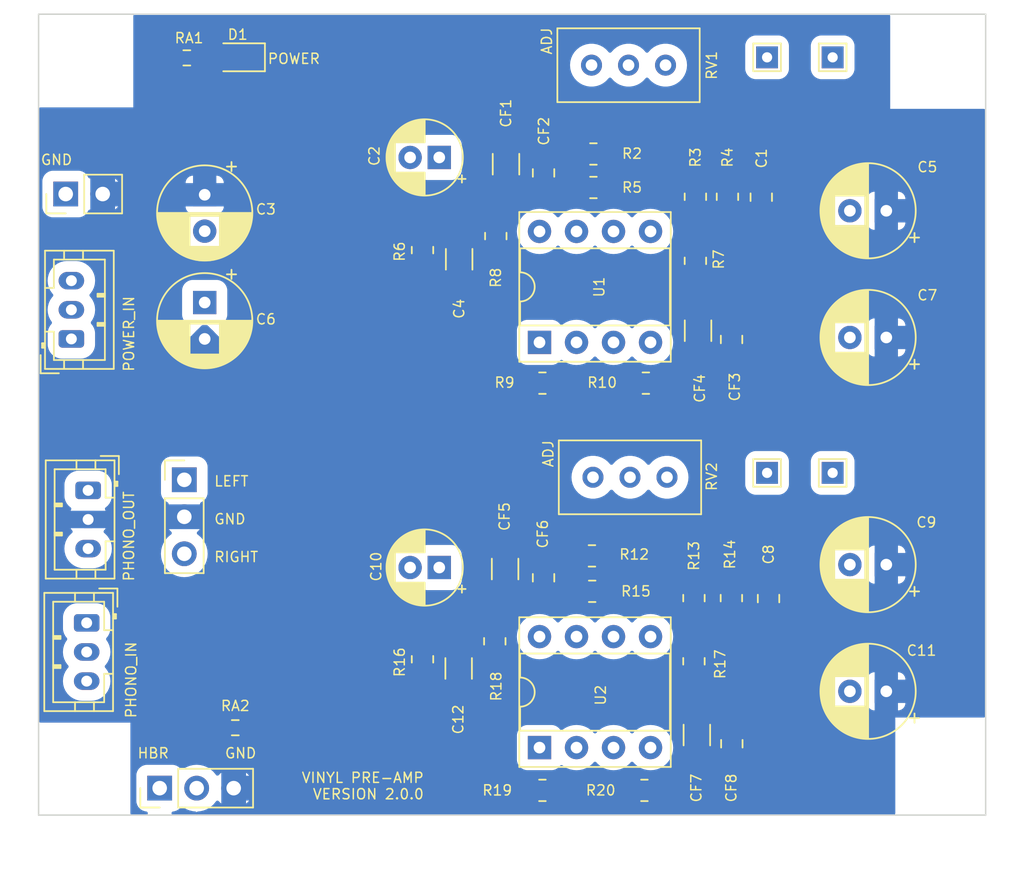
<source format=kicad_pcb>
(kicad_pcb (version 20221018) (generator pcbnew)
  (layers (0 "F.Cu" signal) (31 "B.Cu" signal) (34 "B.Paste" user) (35 "F.Paste" user) (36 "B.SilkS" user "B.Silkscreen") (37 "F.SilkS" user "F.Silkscreen") (38 "B.Mask" user) (39 "F.Mask" user) (44 "Edge.Cuts" user))
  (net 0 "")
  (net 1 "V-")
  (net 2 "V+")
  (net 3 "LEFTIN")
  (net 4 "RIGHTIN")
  (net 5 "LEFTOUT")
  (net 6 "RIGHTOUT")
  (net 7 "AGND")
  (net 9 "Net-(R5-Pad1)")
  (net 10 "Net-(C2-Pad1)")
  (net 11 "Net-(U1-InA-)")
  (net 12 "Net-(C9-Pad2)")
  (net 14 "Net-(C11-Pad2)")
  (net 15 "Net-(U2-InA-)")
  (net 16 "Net-(D1-A)")
  (net 17 "Net-(U1-InB-)")
  (net 18 "Net-(U1-InB+)")
  (net 19 "Net-(U1-OutB)")
  (net 20 "Net-(U1-InA+)")
  (net 21 "Net-(R15-Pad1)")
  (net 22 "Net-(U2-InB-)")
  (net 23 "Net-(U2-InB+)")
  (net 24 "Net-(U2-OutB)")
  (net 25 "Net-(U2-InA+)")
  (net 26 "PGND")
  (net 27 "GNDIN")
  (net 28 "Net-(C1-Pad2)")
  (net 29 "Net-(C5-Pad2)")
  (net 30 "Net-(C7-Pad2)")
  (net 31 "Net-(C8-Pad2)")
  (net 32 "Net-(C10-Pad1)")
  (net 33 "Net-(J8-Pin_1)")
  (footprint "Connector_PinHeader_2.54mm:PinHeader_1x02_P2.54mm_Vertical" (layer "F.Cu") (at 133.26 92.95 90)
    (fp_text reference "J3" hide)
    (fp_text value "Conn_01x02_Pin")
    (pad "1" thru_hole rect (at 0 0 90) (size 1.7 1.7) (drill 1) (layers "*.Cu" "*.Mask") (net 26 "PGND"))
    (pad "2" thru_hole oval (at 0 2.54 90) (size 1.7 1.7) (drill 1) (layers "*.Cu" "*.Mask") (net 7 "AGND"))
  )
  (footprint "Resistor_SMD:R_0805_2012Metric_Pad1.20x1.40mm_HandSolder" (layer "F.Cu") (at 173.08 105.9375 180)
    (fp_text reference "R10" (at 3 0.0375 unlocked) (layer "F.SilkS") (effects (font (size 0.7 0.7) (thickness 0.1))))
    (fp_text value "2K2")
    (pad "1" smd roundrect (at -1 0 180) (size 1.2 1.4) (layers "F.Cu" "F.Paste" "F.Mask") (roundrect_rratio 0.2083333333) (net 4 "RIGHTIN"))
    (pad "2" smd roundrect (at 1 0 180) (size 1.2 1.4) (layers "F.Cu" "F.Paste" "F.Mask") (roundrect_rratio 0.2083333333) (net 20 "Net-(U1-InA+)"))
  )
  (footprint "MountingHole:MountingHole_3.2mm_M3" (layer "F.Cu") (at 193.9 133.1)
    (fp_text reference "H3" hide)
    (fp_text value "MountingHole")
    (pad "" np_thru_hole circle (at 0 0) (size 3.2 3.2) (drill 3.2) (layers "*.Cu" "*.Mask"))
  )
  (footprint "Resistor_SMD:R_0805_2012Metric_Pad1.20x1.40mm_HandSolder" (layer "F.Cu") (at 176.48 97.5375 90)
    (fp_text reference "R7" (at 0.1 1.6 90 unlocked) (layer "F.SilkS") (effects (font (size 0.7 0.7) (thickness 0.1))))
    (fp_text value "4.7K")
    (pad "1" smd roundrect (at -1 0 90) (size 1.2 1.4) (layers "F.Cu" "F.Paste" "F.Mask") (roundrect_rratio 0.2083333333) (net 29 "Net-(C5-Pad2)"))
    (pad "2" smd roundrect (at 1 0 90) (size 1.2 1.4) (layers "F.Cu" "F.Paste" "F.Mask") (roundrect_rratio 0.2083333333) (net 11 "Net-(U1-InA-)"))
  )
  (footprint "Package_DIP:DIP-8_W7.62mm_Socket" (layer "F.Cu") (at 165.78 130.965124 90)
    (fp_text reference "U2" (at 3.6 4.2 90 unlocked) (layer "F.SilkS") (effects (font (size 0.7 0.7) (thickness 0.1))))
    (fp_text value "OPA2134")
    (pad "1" thru_hole rect (at 0 0 90) (size 1.6 1.6) (drill 0.8) (layers "*.Cu" "*.Mask") (net 23 "Net-(U2-InB+)"))
    (pad "2" thru_hole oval (at 0 2.54 90) (size 1.6 1.6) (drill 0.8) (layers "*.Cu" "*.Mask") (net 15 "Net-(U2-InA-)"))
    (pad "3" thru_hole oval (at 0 5.08 90) (size 1.6 1.6) (drill 0.8) (layers "*.Cu" "*.Mask") (net 25 "Net-(U2-InA+)"))
    (pad "4" thru_hole oval (at 0 7.62 90) (size 1.6 1.6) (drill 0.8) (layers "*.Cu" "*.Mask") (net 1 "V-"))
    (pad "5" thru_hole oval (at 7.62 7.62 90) (size 1.6 1.6) (drill 0.8) (layers "*.Cu" "*.Mask") (net 23 "Net-(U2-InB+)"))
    (pad "6" thru_hole oval (at 7.62 5.08 90) (size 1.6 1.6) (drill 0.8) (layers "*.Cu" "*.Mask") (net 22 "Net-(U2-InB-)"))
    (pad "7" thru_hole oval (at 7.62 2.54 90) (size 1.6 1.6) (drill 0.8) (layers "*.Cu" "*.Mask") (net 24 "Net-(U2-OutB)"))
    (pad "8" thru_hole oval (at 7.62 0 90) (size 1.6 1.6) (drill 0.8) (layers "*.Cu" "*.Mask") (net 2 "V+"))
  )
  (footprint "Resistor_SMD:R_0805_2012Metric_Pad1.20x1.40mm_HandSolder" (layer "F.Cu") (at 162.78 95.8375 -90)
    (fp_text reference "R8" (at 2.8625 0 90 unlocked) (layer "F.SilkS") (effects (font (size 0.7 0.7) (thickness 0.1))))
    (fp_text value "750R")
    (pad "1" smd roundrect (at -1 0 270) (size 1.2 1.4) (layers "F.Cu" "F.Paste" "F.Mask") (roundrect_rratio 0.2083333333) (net 10 "Net-(C2-Pad1)"))
    (pad "2" smd roundrect (at 1 0 270) (size 1.2 1.4) (layers "F.Cu" "F.Paste" "F.Mask") (roundrect_rratio 0.2083333333) (net 19 "Net-(U1-OutB)"))
  )
  (footprint "Capacitor_SMD:C_0805_2012Metric_Pad1.18x1.45mm_HandSolder" (layer "F.Cu") (at 166.057616 119.302624 -90)
    (fp_text reference "CF6" (at -3.002624 0.057616 90 unlocked) (layer "F.SilkS") (effects (font (size 0.7 0.7) (thickness 0.1))))
    (fp_text value "0.1u")
    (pad "1" smd roundrect (at -1.0375 0 270) (size 1.175 1.45) (layers "F.Cu" "F.Paste" "F.Mask") (roundrect_rratio 0.2127659574) (net 7 "AGND"))
    (pad "2" smd roundrect (at 1.0375 0 270) (size 1.175 1.45) (layers "F.Cu" "F.Paste" "F.Mask") (roundrect_rratio 0.2127659574) (net 2 "V+"))
  )
  (footprint "Resistor_SMD:R_0805_2012Metric_Pad1.20x1.40mm_HandSolder" (layer "F.Cu") (at 162.711414 123.665124 -90)
    (fp_text reference "R18" (at 3.1 -0.1 90 unlocked) (layer "F.SilkS") (effects (font (size 0.7 0.7) (thickness 0.1))))
    (fp_text value "750R")
    (pad "1" smd roundrect (at -1 0 270) (size 1.2 1.4) (layers "F.Cu" "F.Paste" "F.Mask") (roundrect_rratio 0.2083333333) (net 32 "Net-(C10-Pad1)"))
    (pad "2" smd roundrect (at 1 0 270) (size 1.2 1.4) (layers "F.Cu" "F.Paste" "F.Mask") (roundrect_rratio 0.2083333333) (net 24 "Net-(U2-OutB)"))
  )
  (footprint "Capacitor_THT:CP_Radial_D5.0mm_P2.00mm" (layer "F.Cu") (at 158.9 118.6 180)
    (fp_text reference "C10" (at 4.331908 0.063102 90 unlocked) (layer "F.SilkS") (effects (font (size 0.7 0.7) (thickness 0.1))))
    (fp_text value "1U C0G")
    (pad "1" thru_hole rect (at 0 0 180) (size 1.6 1.6) (drill 0.8) (layers "*.Cu" "*.Mask") (net 32 "Net-(C10-Pad1)"))
    (pad "2" thru_hole circle (at 2 0 180) (size 1.6 1.6) (drill 0.8) (layers "*.Cu" "*.Mask") (net 5 "LEFTOUT"))
  )
  (footprint "Resistor_SMD:R_0805_2012Metric_Pad1.20x1.40mm_HandSolder" (layer "F.Cu") (at 165.98 133.902624 180)
    (fp_text reference "R19" (at 3.1 0.002624 unlocked) (layer "F.SilkS") (effects (font (size 0.7 0.7) (thickness 0.1))))
    (fp_text value "47K")
    (pad "1" smd roundrect (at -1 0 180) (size 1.2 1.4) (layers "F.Cu" "F.Paste" "F.Mask") (roundrect_rratio 0.2083333333) (net 7 "AGND"))
    (pad "2" smd roundrect (at 1 0 180) (size 1.2 1.4) (layers "F.Cu" "F.Paste" "F.Mask") (roundrect_rratio 0.2083333333) (net 3 "LEFTIN"))
  )
  (footprint "Resistor_SMD:R_0805_2012Metric_Pad1.20x1.40mm_HandSolder" (layer "F.Cu") (at 165.98 105.9375 180)
    (fp_text reference "R9" (at 2.6 0.0375 unlocked) (layer "F.SilkS") (effects (font (size 0.7 0.7) (thickness 0.1))))
    (fp_text value "47K")
    (pad "1" smd roundrect (at -1 0 180) (size 1.2 1.4) (layers "F.Cu" "F.Paste" "F.Mask") (roundrect_rratio 0.2083333333) (net 7 "AGND"))
    (pad "2" smd roundrect (at 1 0 180) (size 1.2 1.4) (layers "F.Cu" "F.Paste" "F.Mask") (roundrect_rratio 0.2083333333) (net 4 "RIGHTIN"))
  )
  (footprint "Resistor_SMD:R_0805_2012Metric_Pad1.20x1.40mm_HandSolder" (layer "F.Cu") (at 169.396424 120.232624)
    (fp_text reference "R15" (at 3 0 unlocked) (layer "F.SilkS") (effects (font (size 0.7 0.7) (thickness 0.1))))
    (fp_text value "100K")
    (pad "1" smd roundrect (at -1 0) (size 1.2 1.4) (layers "F.Cu" "F.Paste" "F.Mask") (roundrect_rratio 0.2083333333) (net 21 "Net-(R15-Pad1)"))
    (pad "2" smd roundrect (at 1 0) (size 1.2 1.4) (layers "F.Cu" "F.Paste" "F.Mask") (roundrect_rratio 0.2083333333) (net 22 "Net-(U2-InB-)"))
  )
  (footprint "Resistor_SMD:R_0603_1608Metric" (layer "F.Cu") (at 141.575 83.6 180)
    (fp_text reference "RA1" (at -0.1525 1.36 unlocked) (layer "F.SilkS") (effects (font (size 0.7 0.7) (thickness 0.1))))
    (fp_text value "5.1K")
    (pad "1" smd roundrect (at -0.825 0 180) (size 0.8 0.95) (layers "F.Cu" "F.Paste" "F.Mask") (net 16 "Net-(D1-A)"))
    (pad "2" smd roundrect (at 0.825 0 180) (size 0.8 0.95) (layers "F.Cu" "F.Paste" "F.Mask") (net 2 "V+"))
  )
  (footprint "Capacitor_THT:CP_Radial_D6.3mm_P2.50mm" (layer "F.Cu") (at 142.8 93 -90)
    (fp_text reference "C3" (at 1 -4.2 unlocked) (layer "F.SilkS") (effects (font (size 0.7 0.7) (thickness 0.1))))
    (fp_text value "100U 16V")
    (pad "1" thru_hole rect (at 0 0 270) (size 1.6 1.6) (drill 0.8) (layers "*.Cu" "*.Mask") (net 7 "AGND"))
    (pad "2" thru_hole circle (at 2.5 0 270) (size 1.6 1.6) (drill 0.8) (layers "*.Cu" "*.Mask") (net 1 "V-"))
  )
  (footprint "Capacitor_SMD:C_1206_3216Metric_Pad1.33x1.80mm_HandSolder" (layer "F.Cu") (at 160.265 97.43 90)
    (fp_text reference "C4" (at -3.4 0 90 unlocked) (layer "F.SilkS") (effects (font (size 0.7 0.7) (thickness 0.1))))
    (fp_text value "0.1U C0G")
    (pad "1" smd roundrect (at -1.5625 0 90) (size 1.325 1.8) (layers "F.Cu" "F.Paste" "F.Mask") (roundrect_rratio 0.1886792453) (net 7 "AGND"))
    (pad "2" smd roundrect (at 1.5625 0 90) (size 1.325 1.8) (layers "F.Cu" "F.Paste" "F.Mask") (roundrect_rratio 0.1886792453) (net 10 "Net-(C2-Pad1)"))
  )
  (footprint "Package_DIP:DIP-8_W7.62mm_Socket" (layer "F.Cu") (at 165.78 103.1375 90)
    (fp_text reference "U1" (at 3.8 4.1 90 unlocked) (layer "F.SilkS") (effects (font (size 0.7 0.7) (thickness 0.1))))
    (fp_text value "OPA2134")
    (pad "1" thru_hole rect (at 0 0 90) (size 1.6 1.6) (drill 0.8) (layers "*.Cu" "*.Mask") (net 18 "Net-(U1-InB+)"))
    (pad "2" thru_hole oval (at 0 2.54 90) (size 1.6 1.6) (drill 0.8) (layers "*.Cu" "*.Mask") (net 11 "Net-(U1-InA-)"))
    (pad "3" thru_hole oval (at 0 5.08 90) (size 1.6 1.6) (drill 0.8) (layers "*.Cu" "*.Mask") (net 20 "Net-(U1-InA+)"))
    (pad "4" thru_hole oval (at 0 7.62 90) (size 1.6 1.6) (drill 0.8) (layers "*.Cu" "*.Mask") (net 1 "V-"))
    (pad "5" thru_hole oval (at 7.62 7.62 90) (size 1.6 1.6) (drill 0.8) (layers "*.Cu" "*.Mask") (net 18 "Net-(U1-InB+)"))
    (pad "6" thru_hole oval (at 7.62 5.08 90) (size 1.6 1.6) (drill 0.8) (layers "*.Cu" "*.Mask") (net 17 "Net-(U1-InB-)"))
    (pad "7" thru_hole oval (at 7.62 2.54 90) (size 1.6 1.6) (drill 0.8) (layers "*.Cu" "*.Mask") (net 19 "Net-(U1-OutB)"))
    (pad "8" thru_hole oval (at 7.62 0 90) (size 1.6 1.6) (drill 0.8) (layers "*.Cu" "*.Mask") (net 2 "V+"))
  )
  (footprint "MountingHole:MountingHole_3.2mm_M3" (layer "F.Cu") (at 133.9 133.1)
    (fp_text reference "H4" hide)
    (fp_text value "MountingHole")
    (pad "" np_thru_hole circle (at 0 0) (size 3.2 3.2) (drill 3.2) (layers "*.Cu" "*.Mask"))
  )
  (footprint "Resistor_SMD:R_0805_2012Metric_Pad1.20x1.40mm_HandSolder" (layer "F.Cu") (at 157.75 124.9 90)
    (fp_text reference "R16" (at -0.2 -1.57 90 unlocked) (layer "F.SilkS") (effects (font (size 0.7 0.7) (thickness 0.1))))
    (fp_text value "100K")
    (pad "1" smd roundrect (at -1 0 90) (size 1.2 1.4) (layers "F.Cu" "F.Paste" "F.Mask") (roundrect_rratio 0.2083333333) (net 7 "AGND"))
    (pad "2" smd roundrect (at 1 0 90) (size 1.2 1.4) (layers "F.Cu" "F.Paste" "F.Mask") (roundrect_rratio 0.2083333333) (net 5 "LEFTOUT"))
  )
  (footprint "TestPoint:TestPoint_THTPad_1.5x1.5mm_Drill0.7mm" (layer "F.Cu") (at 181.4 112.1)
    (fp_text reference "TP3" hide)
    (fp_text value "TestPoint")
    (pad "1" thru_hole rect (at 0 0) (size 1.5 1.5) (drill 0.7) (layers "*.Cu" "*.Mask") (net 24 "Net-(U2-OutB)"))
  )
  (footprint "Connector_JST:JST_PH_B3B-PH-K_1x03_P2.00mm_Vertical" (layer "F.Cu") (at 134.7 122.4 -90)
    (fp_text reference "J7" hide)
    (fp_text value "Conn_01x03_Male")
    (pad "1" thru_hole roundrect (at 0 0 270) (size 1.2 1.75) (drill 0.75) (layers "*.Cu" "*.Mask") (roundrect_rratio 0.2083333333) (net 3 "LEFTIN"))
    (pad "2" thru_hole oval (at 2 0 270) (size 1.2 1.75) (drill 0.75) (layers "*.Cu" "*.Mask") (net 27 "GNDIN"))
    (pad "3" thru_hole oval (at 4 0 270) (size 1.2 1.75) (drill 0.75) (layers "*.Cu" "*.Mask") (net 4 "RIGHTIN"))
  )
  (footprint "TestPoint:TestPoint_THTPad_1.5x1.5mm_Drill0.7mm" (layer "F.Cu") (at 185.9 112.1)
    (fp_text reference "TP4" hide)
    (fp_text value "TestPoint")
    (pad "1" thru_hole rect (at 0 0) (size 1.5 1.5) (drill 0.7) (layers "*.Cu" "*.Mask") (net 22 "Net-(U2-InB-)"))
  )
  (footprint "Capacitor_SMD:C_1206_3216Metric_Pad1.33x1.80mm_HandSolder" (layer "F.Cu") (at 176.58 130.102624 -90)
    (fp_text reference "CF7" (at 3.6375 0.0375 90 unlocked) (layer "F.SilkS") (effects (font (size 0.7 0.7) (thickness 0.1))))
    (fp_text value "10u")
    (pad "1" smd roundrect (at -1.5625 0 270) (size 1.325 1.8) (layers "F.Cu" "F.Paste" "F.Mask") (roundrect_rratio 0.1886792453) (net 7 "AGND"))
    (pad "2" smd roundrect (at 1.5625 0 270) (size 1.325 1.8) (layers "F.Cu" "F.Paste" "F.Mask") (roundrect_rratio 0.1886792453) (net 1 "V-"))
  )
  (footprint "Resistor_SMD:R_0805_2012Metric_Pad1.20x1.40mm_HandSolder" (layer "F.Cu") (at 176.38 120.7 90)
    (fp_text reference "R13" (at 2.9 0 90 unlocked) (layer "F.SilkS") (effects (font (size 0.7 0.7) (thickness 0.1))))
    (fp_text value "10K")
    (pad "1" smd roundrect (at -1 0 90) (size 1.2 1.4) (layers "F.Cu" "F.Paste" "F.Mask") (roundrect_rratio 0.2083333333) (net 23 "Net-(U2-InB+)"))
    (pad "2" smd roundrect (at 1 0 90) (size 1.2 1.4) (layers "F.Cu" "F.Paste" "F.Mask") (roundrect_rratio 0.2083333333) (net 31 "Net-(C8-Pad2)"))
  )
  (footprint "MountingHole:MountingHole_3.2mm_M3" (layer "F.Cu") (at 193.9 83.1)
    (fp_text reference "H2" hide)
    (fp_text value "MountingHole")
    (pad "" np_thru_hole circle (at 0 0) (size 3.2 3.2) (drill 3.2) (layers "*.Cu" "*.Mask"))
  )
  (footprint "Capacitor_SMD:C_0805_2012Metric_Pad1.18x1.45mm_HandSolder" (layer "F.Cu") (at 178.96151 102.9375 -90)
    (fp_text reference "CF3" (at 3.2625 -0.21849 90 unlocked) (layer "F.SilkS") (effects (font (size 0.7 0.7) (thickness 0.1))))
    (fp_text value "0.1u")
    (pad "1" smd roundrect (at -1.0375 0 270) (size 1.175 1.45) (layers "F.Cu" "F.Paste" "F.Mask") (roundrect_rratio 0.2127659574) (net 7 "AGND"))
    (pad "2" smd roundrect (at 1.0375 0 270) (size 1.175 1.45) (layers "F.Cu" "F.Paste" "F.Mask") (roundrect_rratio 0.2127659574) (net 1 "V-"))
  )
  (footprint "Resistor_SMD:R_0805_2012Metric_Pad1.20x1.40mm_HandSolder" (layer "F.Cu") (at 172.98 133.902624)
    (fp_text reference "R20" (at -3 -0.002624 unlocked) (layer "F.SilkS") (effects (font (size 0.7 0.7) (thickness 0.1))))
    (fp_text value "2K2")
    (pad "1" smd roundrect (at -1 0) (size 1.2 1.4) (layers "F.Cu" "F.Paste" "F.Mask") (roundrect_rratio 0.2083333333) (net 3 "LEFTIN"))
    (pad "2" smd roundrect (at 1 0) (size 1.2 1.4) (layers "F.Cu" "F.Paste" "F.Mask") (roundrect_rratio 0.2083333333) (net 25 "Net-(U2-InA+)"))
  )
  (footprint "Resistor_SMD:R_0805_2012Metric_Pad1.20x1.40mm_HandSolder" (layer "F.Cu") (at 178.68 93.1375 -90)
    (fp_text reference "R4" (at -2.7 0 90 unlocked) (layer "F.SilkS") (effects (font (size 0.7 0.7) (thickness 0.1))))
    (fp_text value "2K7")
    (pad "1" smd roundrect (at -1 0 270) (size 1.2 1.4) (layers "F.Cu" "F.Paste" "F.Mask") (roundrect_rratio 0.2083333333) (net 30 "Net-(C7-Pad2)"))
    (pad "2" smd roundrect (at 1 0 270) (size 1.2 1.4) (layers "F.Cu" "F.Paste" "F.Mask") (roundrect_rratio 0.2083333333) (net 17 "Net-(U1-InB-)"))
  )
  (footprint "LED_SMD:LED_0805_2012Metric_Pad1.15x1.40mm_HandSolder" (layer "F.Cu") (at 145.075 83.56 180)
    (fp_text reference "D1" (at 0.01 1.56 unlocked) (layer "F.SilkS") (effects (font (size 0.7 0.7) (thickness 0.1))))
    (fp_text value "YELLOW")
    (pad "1" smd roundrect (at -1.025 0 180) (size 1.15 1.4) (layers "F.Cu" "F.Paste" "F.Mask") (roundrect_rratio 0.2173913043) (net 1 "V-"))
    (pad "2" smd roundrect (at 1.025 0 180) (size 1.15 1.4) (layers "F.Cu" "F.Paste" "F.Mask") (roundrect_rratio 0.2173913043) (net 16 "Net-(D1-A)"))
  )
  (footprint "Connector_JST:JST_PH_B3B-PH-K_1x03_P2.00mm_Vertical" (layer "F.Cu") (at 134.8 113.3 -90)
    (fp_text reference "J6" hide)
    (fp_text value "Conn_01x03_Male")
    (pad "1" thru_hole roundrect (at 0 0 270) (size 1.2 1.75) (drill 0.75) (layers "*.Cu" "*.Mask") (roundrect_rratio 0.2083333333) (net 5 "LEFTOUT"))
    (pad "2" thru_hole oval (at 2 0 270) (size 1.2 1.75) (drill 0.75) (layers "*.Cu" "*.Mask") (net 7 "AGND"))
    (pad "3" thru_hole oval (at 4 0 270) (size 1.2 1.75) (drill 0.75) (layers "*.Cu" "*.Mask") (net 6 "RIGHTOUT"))
  )
  (footprint "Capacitor_SMD:C_1206_3216Metric_Pad1.33x1.80mm_HandSolder" (layer "F.Cu") (at 163.418808 118.702624 -90)
    (fp_text reference "CF5" (at -3.602624 0.038808 90 unlocked) (layer "F.SilkS") (effects (font (size 0.7 0.7) (thickness 0.1))))
    (fp_text value "10u")
    (pad "1" smd roundrect (at -1.5625 0 270) (size 1.325 1.8) (layers "F.Cu" "F.Paste" "F.Mask") (roundrect_rratio 0.1886792453) (net 7 "AGND"))
    (pad "2" smd roundrect (at 1.5625 0 270) (size 1.325 1.8) (layers "F.Cu" "F.Paste" "F.Mask") (roundrect_rratio 0.1886792453) (net 2 "V+"))
  )
  (footprint "Capacitor_SMD:C_0805_2012Metric_Pad1.18x1.45mm_HandSolder" (layer "F.Cu") (at 166.057616 91.5 -90)
    (fp_text reference "CF2" (at -2.8625 -0.022384 90 unlocked) (layer "F.SilkS") (effects (font (size 0.7 0.7) (thickness 0.1))))
    (fp_text value "0.1u")
    (pad "1" smd roundrect (at -1.0375 0 270) (size 1.175 1.45) (layers "F.Cu" "F.Paste" "F.Mask") (roundrect_rratio 0.2127659574) (net 7 "AGND"))
    (pad "2" smd roundrect (at 1.0375 0 270) (size 1.175 1.45) (layers "F.Cu" "F.Paste" "F.Mask") (roundrect_rratio 0.2127659574) (net 2 "V+"))
  )
  (footprint "Capacitor_THT:CP_Radial_D5.0mm_P2.00mm" (layer "F.Cu") (at 158.9 90.4375 180)
    (fp_text reference "C2" (at 4.455113 0.1 90 unlocked) (layer "F.SilkS") (effects (font (size 0.7 0.7) (thickness 0.1))))
    (fp_text value "1U C0G")
    (pad "1" thru_hole rect (at 0 0 180) (size 1.6 1.6) (drill 0.8) (layers "*.Cu" "*.Mask") (net 10 "Net-(C2-Pad1)"))
    (pad "2" thru_hole circle (at 2 0 180) (size 1.6 1.6) (drill 0.8) (layers "*.Cu" "*.Mask") (net 6 "RIGHTOUT"))
  )
  (footprint "Resistor_SMD:R_0805_2012Metric_Pad1.20x1.40mm_HandSolder" (layer "F.Cu") (at 176.48 93.1375 90)
    (fp_text reference "R3" (at 2.7 0 90 unlocked) (layer "F.SilkS") (effects (font (size 0.7 0.7) (thickness 0.1))))
    (fp_text value "10K")
    (pad "1" smd roundrect (at -1 0 90) (size 1.2 1.4) (layers "F.Cu" "F.Paste" "F.Mask") (roundrect_rratio 0.2083333333) (net 18 "Net-(U1-InB+)"))
    (pad "2" smd roundrect (at 1 0 90) (size 1.2 1.4) (layers "F.Cu" "F.Paste" "F.Mask") (roundrect_rratio 0.2083333333) (net 28 "Net-(C1-Pad2)"))
  )
  (footprint "Capacitor_SMD:C_0805_2012Metric_Pad1.18x1.45mm_HandSolder" (layer "F.Cu") (at 181 93.1675 90)
    (fp_text reference "C1" (at 2.6675 0.02 90 unlocked) (layer "F.SilkS") (effects (font (size 0.7 0.7) (thickness 0.1))))
    (fp_text value "22N C0G")
    (pad "1" smd roundrect (at -1.0375 0 90) (size 1.175 1.45) (layers "F.Cu" "F.Paste" "F.Mask") (roundrect_rratio 0.2127659574) (net 11 "Net-(U1-InA-)"))
    (pad "2" smd roundrect (at 1.0375 0 90) (size 1.175 1.45) (layers "F.Cu" "F.Paste" "F.Mask") (roundrect_rratio 0.2127659574) (net 28 "Net-(C1-Pad2)"))
  )
  (footprint "Capacitor_SMD:C_1206_3216Metric_Pad1.33x1.80mm_HandSolder" (layer "F.Cu") (at 160.230707 125.53 90)
    (fp_text reference "C12" (at -3.503349 -0.030354 90 unlocked) (layer "F.SilkS") (effects (font (size 0.7 0.7) (thickness 0.1))))
    (fp_text value "0.1U C0G")
    (pad "1" smd roundrect (at -1.5625 0 90) (size 1.325 1.8) (layers "F.Cu" "F.Paste" "F.Mask") (roundrect_rratio 0.1886792453) (net 7 "AGND"))
    (pad "2" smd roundrect (at 1.5625 0 90) (size 1.325 1.8) (layers "F.Cu" "F.Paste" "F.Mask") (roundrect_rratio 0.1886792453) (net 32 "Net-(C10-Pad1)"))
  )
  (footprint "Connector_PinHeader_2.54mm:PinHeader_1x03_P2.54mm_Vertical" (layer "F.Cu") (at 141.4 112.575)
    (fp_text reference "J5" hide)
    (fp_text value "Conn_01x03_Male")
    (pad "1" thru_hole rect (at 0 0) (size 1.7 1.7) (drill 1) (layers "*.Cu" "*.Mask") (net 5 "LEFTOUT"))
    (pad "2" thru_hole oval (at 0 2.54) (size 1.7 1.7) (drill 1) (layers "*.Cu" "*.Mask") (net 7 "AGND"))
    (pad "3" thru_hole oval (at 0 5.08) (size 1.7 1.7) (drill 1) (layers "*.Cu" "*.Mask") (net 6 "RIGHTOUT"))
  )
  (footprint "TestPoint:TestPoint_THTPad_1.5x1.5mm_Drill0.7mm" (layer "F.Cu") (at 185.9 83.5625)
    (fp_text reference "TP2" hide)
    (fp_text value "TestPoint")
    (pad "1" thru_hole rect (at 0 0) (size 1.5 1.5) (drill 0.7) (layers "*.Cu" "*.Mask") (net 17 "Net-(U1-InB-)"))
  )
  (footprint "MountingHole:MountingHole_3.2mm_M3" (layer "F.Cu") (at 133.9 83.1)
    (fp_text reference "H1" hide)
    (fp_text value "MountingHole")
    (pad "" np_thru_hole circle (at 0 0) (size 3.2 3.2) (drill 3.2) (layers "*.Cu" "*.Mask"))
  )
  (footprint "Potentiometer_THT:Potentiometer_Bourns_3296W_Vertical" (layer "F.Cu") (at 174.43 84.1)
    (fp_text reference "RV1" (at 3.17 0.0125 90 unlocked) (layer "F.SilkS") (effects (font (size 0.7 0.7) (thickness 0.1))))
    (fp_text value "25K")
    (pad "1" thru_hole circle (at 0 0) (size 1.44 1.44) (drill 0.8) (layers "*.Cu" "*.Mask"))
    (pad "2" thru_hole circle (at -2.54 0) (size 1.44 1.44) (drill 0.8) (layers "*.Cu" "*.Mask") (net 19 "Net-(U1-OutB)"))
    (pad "3" thru_hole circle (at -5.08 0) (size 1.44 1.44) (drill 0.8) (layers "*.Cu" "*.Mask") (net 9 "Net-(R5-Pad1)"))
  )
  (footprint "Capacitor_SMD:C_1206_3216Metric_Pad1.33x1.80mm_HandSolder" (layer "F.Cu") (at 163.48 90.9 -90)
    (fp_text reference "CF1" (at -3.5 0 90 unlocked) (layer "F.SilkS") (effects (font (size 0.7 0.7) (thickness 0.1))))
    (fp_text value "10u")
    (pad "1" smd roundrect (at -1.5625 0 270) (size 1.325 1.8) (layers "F.Cu" "F.Paste" "F.Mask") (roundrect_rratio 0.1886792453) (net 7 "AGND"))
    (pad "2" smd roundrect (at 1.5625 0 270) (size 1.325 1.8) (layers "F.Cu" "F.Paste" "F.Mask") (roundrect_rratio 0.1886792453) (net 2 "V+"))
  )
  (footprint "Resistor_SMD:R_0805_2012Metric_Pad1.20x1.40mm_HandSolder" (layer "F.Cu") (at 169.48 92.5 180)
    (fp_text reference "R5" (at -2.65 0 unlocked) (layer "F.SilkS") (effects (font (size 0.7 0.7) (thickness 0.1))))
    (fp_text value "100K")
    (pad "1" smd roundrect (at -1 0 180) (size 1.2 1.4) (layers "F.Cu" "F.Paste" "F.Mask") (roundrect_rratio 0.2083333333) (net 9 "Net-(R5-Pad1)"))
    (pad "2" smd roundrect (at 1 0 180) (size 1.2 1.4) (layers "F.Cu" "F.Paste" "F.Mask") (roundrect_rratio 0.2083333333) (net 17 "Net-(U1-InB-)"))
  )
  (footprint "Capacitor_THT:CP_Radial_D6.3mm_P2.50mm" (layer "F.Cu") (at 189.58238 118.4 180)
    (fp_text reference "C9" (at -2.75 2.9 unlocked) (layer "F.SilkS") (effects (font (size 0.7 0.7) (thickness 0.1))))
    (fp_text value "22U")
    (pad "1" thru_hole rect (at 0 0 180) (size 1.6 1.6) (drill 0.8) (layers "*.Cu" "*.Mask") (net 7 "AGND"))
    (pad "2" thru_hole circle (at 2.5 0 180) (size 1.6 1.6) (drill 0.8) (layers "*.Cu" "*.Mask") (net 12 "Net-(C9-Pad2)"))
  )
  (footprint "Capacitor_THT:CP_Radial_D6.3mm_P2.50mm" (layer "F.Cu") (at 189.58238 127.1 180)
    (fp_text reference "C11" (at -2.416667 2.8 unlocked) (layer "F.SilkS") (effects (font (size 0.7 0.7) (thickness 0.1))))
    (fp_text value "22U")
    (pad "1" thru_hole rect (at 0 0 180) (size 1.6 1.6) (drill 0.8) (layers "*.Cu" "*.Mask") (net 7 "AGND"))
    (pad "2" thru_hole circle (at 2.5 0 180) (size 1.6 1.6) (drill 0.8) (layers "*.Cu" "*.Mask") (net 14 "Net-(C11-Pad2)"))
  )
  (footprint "Resistor_SMD:R_0805_2012Metric_Pad1.20x1.40mm_HandSolder" (layer "F.Cu") (at 157.75 96.8 90)
    (fp_text reference "R6" (at -0.1 -1.57 90 unlocked) (layer "F.SilkS") (effects (font (size 0.7 0.7) (thickness 0.1))))
    (fp_text value "100K")
    (pad "1" smd roundrect (at -1 0 90) (size 1.2 1.4) (layers "F.Cu" "F.Paste" "F.Mask") (roundrect_rratio 0.2083333333) (net 7 "AGND"))
    (pad "2" smd roundrect (at 1 0 90) (size 1.2 1.4) (layers "F.Cu" "F.Paste" "F.Mask") (roundrect_rratio 0.2083333333) (net 6 "RIGHTOUT"))
  )
  (footprint "Capacitor_SMD:C_0805_2012Metric_Pad1.18x1.45mm_HandSolder" (layer "F.Cu") (at 178.98 130.7 -90)
    (fp_text reference "CF8" (at 3.0375 0.0375 90 unlocked) (layer "F.SilkS") (effects (font (size 0.7 0.7) (thickness 0.1))))
    (fp_text value "0.1u")
    (pad "1" smd roundrect (at -1.0375 0 270) (size 1.175 1.45) (layers "F.Cu" "F.Paste" "F.Mask") (roundrect_rratio 0.2127659574) (net 7 "AGND"))
    (pad "2" smd roundrect (at 1.0375 0 270) (size 1.175 1.45) (layers "F.Cu" "F.Paste" "F.Mask") (roundrect_rratio 0.2127659574) (net 1 "V-"))
  )
  (footprint "Capacitor_SMD:C_0805_2012Metric_Pad1.18x1.45mm_HandSolder" (layer "F.Cu") (at 181.5 120.73 90)
    (fp_text reference "C8" (at 3.03 0 90 unlocked) (layer "F.SilkS") (effects (font (size 0.7 0.7) (thickness 0.1))))
    (fp_text value "22N C0G")
    (pad "1" smd roundrect (at -1.0375 0 90) (size 1.175 1.45) (layers "F.Cu" "F.Paste" "F.Mask") (roundrect_rratio 0.2127659574) (net 15 "Net-(U2-InA-)"))
    (pad "2" smd roundrect (at 1.0375 0 90) (size 1.175 1.45) (layers "F.Cu" "F.Paste" "F.Mask") (roundrect_rratio 0.2127659574) (net 31 "Net-(C8-Pad2)"))
  )
  (footprint "TestPoint:TestPoint_THTPad_1.5x1.5mm_Drill0.7mm" (layer "F.Cu") (at 181.4 83.5625)
    (fp_text reference "TP1" hide)
    (fp_text value "TestPoint")
    (pad "1" thru_hole rect (at 0 0) (size 1.5 1.5) (drill 0.7) (layers "*.Cu" "*.Mask") (net 19 "Net-(U1-OutB)"))
  )
  (footprint "Connector_PinHeader_2.54mm:PinHeader_1x03_P2.54mm_Vertical" (layer "F.Cu") (at 139.71 133.75 90)
    (fp_text reference "J8" hide)
    (fp_text value "Conn_01x03_Pin")
    (pad "1" thru_hole rect (at 0 0 90) (size 1.7 1.7) (drill 1) (layers "*.Cu" "*.Mask") (net 33 "Net-(J8-Pin_1)"))
    (pad "2" thru_hole oval (at 0 2.54 90) (size 1.7 1.7) (drill 1) (layers "*.Cu" "*.Mask") (net 27 "GNDIN"))
    (pad "3" thru_hole oval (at 0 5.08 90) (size 1.7 1.7) (drill 1) (layers "*.Cu" "*.Mask") (net 7 "AGND"))
  )
  (footprint "Resistor_SMD:R_0603_1608Metric" (layer "F.Cu") (at 144.9 129.6 180)
    (fp_text reference "RA2" (at 0 1.5 unlocked) (layer "F.SilkS") (effects (font (size 0.7 0.7) (thickness 0.1))))
    (fp_text value "20R")
    (pad "1" smd roundrect (at -0.825 0 180) (size 0.8 0.95) (layers "F.Cu" "F.Paste" "F.Mask") (net 7 "AGND"))
    (pad "2" smd roundrect (at 0.825 0 180) (size 0.8 0.95) (layers "F.Cu" "F.Paste" "F.Mask") (net 33 "Net-(J8-Pin_1)"))
  )
  (footprint "Resistor_SMD:R_0805_2012Metric_Pad1.20x1.40mm_HandSolder" (layer "F.Cu") (at 178.95 120.7 90)
    (fp_text reference "R14" (at 3 -0.1 90 unlocked) (layer "F.SilkS") (effects (font (size 0.7 0.7) (thickness 0.1))))
    (fp_text value "2K7")
    (pad "1" smd roundrect (at -1 0 90) (size 1.2 1.4) (layers "F.Cu" "F.Paste" "F.Mask") (roundrect_rratio 0.2083333333) (net 12 "Net-(C9-Pad2)"))
    (pad "2" smd roundrect (at 1 0 90) (size 1.2 1.4) (layers "F.Cu" "F.Paste" "F.Mask") (roundrect_rratio 0.2083333333) (net 22 "Net-(U2-InB-)"))
  )
  (footprint "Resistor_SMD:R_0805_2012Metric_Pad1.20x1.40mm_HandSolder" (layer "F.Cu") (at 169.48 90.2 180)
    (fp_text reference "R2" (at -2.65 0.025652 unlocked) (layer "F.SilkS") (effects (font (size 0.7 0.7) (thickness 0.1))))
    (fp_text value "180K")
    (pad "1" smd roundrect (at -1 0 180) (size 1.2 1.4) (layers "F.Cu" "F.Paste" "F.Mask") (roundrect_rratio 0.2083333333) (net 11 "Net-(U1-InA-)"))
    (pad "2" smd roundrect (at 1 0 180) (size 1.2 1.4) (layers "F.Cu" "F.Paste" "F.Mask") (roundrect_rratio 0.2083333333) (net 18 "Net-(U1-InB+)"))
  )
  (footprint "Capacitor_THT:CP_Radial_D6.3mm_P2.50mm" (layer "F.Cu") (at 189.58238 94.1 180)
    (fp_text reference "C5" (at -2.81762 3 unlocked) (layer "F.SilkS") (effects (font (size 0.7 0.7) (thickness 0.1))))
    (fp_text value "22U")
    (pad "1" thru_hole rect (at 0 0 180) (size 1.6 1.6) (drill 0.8) (layers "*.Cu" "*.Mask") (net 7 "AGND"))
    (pad "2" thru_hole circle (at 2.5 0 180) (size 1.6 1.6) (drill 0.8) (layers "*.Cu" "*.Mask") (net 29 "Net-(C5-Pad2)"))
  )
  (footprint "Capacitor_THT:CP_Radial_D6.3mm_P2.50mm" (layer "F.Cu") (at 189.58238 102.8 180)
    (fp_text reference "C7" (at -2.81762 2.9 unlocked) (layer "F.SilkS") (effects (font (size 0.7 0.7) (thickness 0.1))))
    (fp_text value "22U")
    (pad "1" thru_hole rect (at 0 0 180) (size 1.6 1.6) (drill 0.8) (layers "*.Cu" "*.Mask") (net 7 "AGND"))
    (pad "2" thru_hole circle (at 2.5 0 180) (size 1.6 1.6) (drill 0.8) (layers "*.Cu" "*.Mask") (net 30 "Net-(C7-Pad2)"))
  )
  (footprint "Potentiometer_THT:Potentiometer_Bourns_3296W_Vertical" (layer "F.Cu") (at 174.53 112.4)
    (fp_text reference "RV2" (at 3.07 -0.05 90 unlocked) (layer "F.SilkS") (effects (font (size 0.7 0.7) (thickness 0.1))))
    (fp_text value "25K")
    (pad "1" thru_hole circle (at 0 0) (size 1.44 1.44) (drill 0.8) (layers "*.Cu" "*.Mask"))
    (pad "2" thru_hole circle (at -2.54 0) (size 1.44 1.44) (drill 0.8) (layers "*.Cu" "*.Mask") (net 24 "Net-(U2-OutB)"))
    (pad "3" thru_hole circle (at -5.08 0) (size 1.44 1.44) (drill 0.8) (layers "*.Cu" "*.Mask") (net 21 "Net-(R15-Pad1)"))
  )
  (footprint "Capacitor_THT:CP_Radial_D6.3mm_P2.50mm" (layer "F.Cu") (at 142.8 100.4 -90)
    (fp_text reference "C6" (at 1.15 -4.2 unlocked) (layer "F.SilkS") (effects (font (size 0.7 0.7) (thickness 0.1))))
    (fp_text value "100U 16V")
    (pad "1" thru_hole rect (at 0 0 270) (size 1.6 1.6) (drill 0.8) (layers "*.Cu" "*.Mask") (net 2 "V+"))
    (pad "2" thru_hole circle (at 2.5 0 270) (size 1.6 1.6) (drill 0.8) (layers "*.Cu" "*.Mask") (net 7 "AGND"))
  )
  (footprint "Capacitor_SMD:C_1206_3216Metric_Pad1.33x1.80mm_HandSolder" (layer "F.Cu") (at 176.66151 102.3375 -90)
    (fp_text reference "CF4" (at 3.9625 -0.11849 90 unlocked) (layer "F.SilkS") (effects (font (size 0.7 0.7) (thickness 0.1))))
    (fp_text value "10u")
    (pad "1" smd roundrect (at -1.5625 0 270) (size 1.325 1.8) (layers "F.Cu" "F.Paste" "F.Mask") (roundrect_rratio 0.1886792453) (net 7 "AGND"))
    (pad "2" smd roundrect (at 1.5625 0 270) (size 1.325 1.8) (layers "F.Cu" "F.Paste" "F.Mask") (roundrect_rratio 0.1886792453) (net 1 "V-"))
  )
  (footprint "Resistor_SMD:R_0805_2012Metric_Pad1.20x1.40mm_HandSolder" (layer "F.Cu") (at 169.38 117.8 180)
    (fp_text reference "R12" (at -2.9 0.1 unlocked) (layer "F.SilkS") (effects (font (size 0.7 0.7) (thickness 0.1))))
    (fp_text value "180K")
    (pad "1" smd roundrect (at -1 0 180) (size 1.2 1.4) (layers "F.Cu" "F.Paste" "F.Mask") (roundrect_rratio 0.2083333333) (net 15 "Net-(U2-InA-)"))
    (pad "2" smd roundrect (at 1 0 180) (size 1.2 1.4) (layers "F.Cu" "F.Paste" "F.Mask") (roundrect_rratio 0.2083333333) (net 23 "Net-(U2-InB+)"))
  )
  (footprint "Connector_JST:JST_PH_B3B-PH-K_1x03_P2.00mm_Vertical" (layer "F.Cu") (at 133.65 102.9 90)
    (fp_text reference "J4" hide)
    (fp_text value "Conn_01x03_Male")
    (pad "1" thru_hole roundrect (at 0 0 90) (size 1.2 1.75) (drill 0.75) (layers "*.Cu" "*.Mask") (roundrect_rratio 0.2083333333) (net 1 "V-"))
    (pad "2" thru_hole oval (at 2 0 90) (size 1.2 1.75) (drill 0.75) (layers "*.Cu" "*.Mask") (net 26 "PGND"))
    (pad "3" thru_hole oval (at 4 0 90) (size 1.2 1.75) (drill 0.75) (layers "*.Cu" "*.Mask") (net 2 "V+"))
  )
  (footprint "Resistor_SMD:R_0805_2012Metric_Pad1.20x1.40mm_HandSolder" (layer "F.Cu") (at 176.38 125.037624 90)
    (fp_text reference "R17" (at -0.2 1.8 90 unlocked) (layer "F.SilkS") (effects (font (size 0.7 0.7) (thickness 0.1))))
    (fp_text value "4.7K")
    (pad "1" smd roundrect (at -1 0 90) (size 1.2 1.4) (layers "F.Cu" "F.Paste" "F.Mask") (roundrect_rratio 0.2083333333) (net 14 "Net-(C11-Pad2)"))
    (pad "2" smd roundrect (at 1 0 90) (size 1.2 1.4) (layers "F.Cu" "F.Paste" "F.Mask") (roundrect_rratio 0.2083333333) (net 15 "Net-(U2-InA-)"))
  )
  (gr_line (start 196.4 135.6) (end 131.4 135.6) (stroke (width 0.1)) (layer "Edge.Cuts"))
  (gr_line (start 196.4 80.6) (end 196.4 135.6) (stroke (width 0.1)) (layer "Edge.Cuts"))
  (gr_line (start 131.4 80.6) (end 131.4 135.6) (stroke (width 0.1)) (layer "Edge.Cuts"))
  (gr_line (start 131.4 80.6) (end 196.4 80.6) (stroke (width 0.1)) (layer "Edge.Cuts"))
  (gr_text "PHONO_IN" (at 137.75 129 90) (layer "F.SilkS") (effects (font (size 0.7 0.7) (thickness 0.1)) (justify left)))
  (gr_text "GND\n" (at 143.4 115.275) (layer "F.SilkS") (effects (font (size 0.7 0.7) (thickness 0.1)) (justify left)))
  (gr_text "PHONO_OUT" (at 137.6 119.6 90) (layer "F.SilkS") (effects (font (size 0.7 0.7) (thickness 0.1)) (justify left)))
  (gr_text "POWER_IN" (at 137.6 105.2 90) (layer "F.SilkS") (effects (font (size 0.7 0.7) (thickness 0.1)) (justify left)))
  (gr_text "VINYL PRE-AMP\nVERSION 2.0.0" (at 157.9 133.6) (layer "F.SilkS") (effects (font (size 0.7 0.7) (thickness 0.1)) (justify right)))
  (gr_text "GND" (at 131.5 90.6) (layer "F.SilkS") (effects (font (size 0.7 0.7) (thickness 0.1)) (justify left)))
  (gr_text "POWER" (at 147.075 83.66) (layer "F.SilkS") (effects (font (size 0.7 0.7) (thickness 0.1)) (justify left)))
  (gr_text "GND" (at 144.135 131.35) (layer "F.SilkS") (effects (font (size 0.7 0.7) (thickness 0.1)) (justify left)))
  (gr_text "HBR\n" (at 138.135 131.35) (layer "F.SilkS") (effects (font (size 0.7 0.7) (thickness 0.1)) (justify left)))
  (gr_text "ADJ" (at 166.38 109.8 90) (layer "F.SilkS") (effects (font (size 0.7 0.7) (thickness 0.1)) (justify right)))
  (gr_text "ADJ" (at 166.28 81.4625 90) (layer "F.SilkS") (effects (font (size 0.7 0.7) (thickness 0.1)) (justify right)))
  (gr_text "RIGHT" (at 143.4 117.875) (layer "F.SilkS") (effects (font (size 0.7 0.7) (thickness 0.1)) (justify left)))
  (gr_text "LEFT" (at 143.4 112.675) (layer "F.SilkS") (effects (font (size 0.7 0.7) (thickness 0.1)) (justify left)))
  (zone (net 7) (net_name "AGND") (layer "B.Cu") (connect_pads (clearance 0.75)) (min_thickness 0.254) (fill yes (thermal_gap 0.508) (thermal_bridge_width 2.5))
    (polygon (pts (xy 189.85 87.1) (xy 197.6 87.1) (xy 197.6 128.9) (xy 190.2 128.9) (xy 190.2 136.3) (xy 137.7 136.3) (xy 137.7 129.25) (xy 130.4 129.25) (xy 130.4 87) (xy 137.9 87) (xy 137.9 79.8) (xy 189.85 79.8)))
  )
)
</source>
